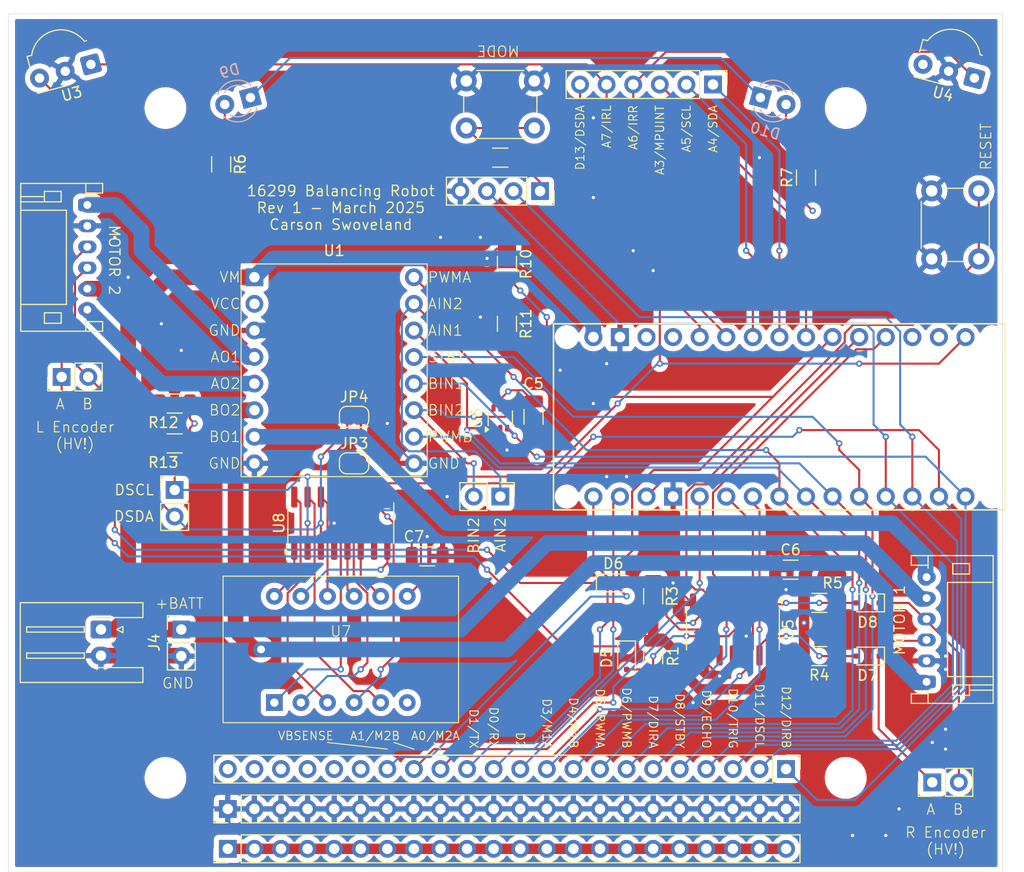
<source format=kicad_pcb>
(kicad_pcb (version 20241229) (generator "pcbnew") (generator_version "9.0")
  (layers (0 "F.Cu" signal) (4 "In1.Cu" signal) (6 "In2.Cu" signal) (2 "B.Cu" signal) (13 "F.Paste" user) (15 "B.Paste" user) (5 "F.SilkS" user "F.Silkscreen") (7 "B.SilkS" user "B.Silkscreen") (1 "F.Mask" user) (3 "B.Mask" user) (25 "Edge.Cuts" user))
  (net 0 "")
  (net 1 "GND")
  (net 2 "+3V3")
  (net 3 "Net-(D9-A)")
  (net 4 "/IR")
  (net 5 "Net-(D10-A)")
  (net 6 "/ULTS_TRIG")
  (net 7 "/ULTS_ECHO")
  (net 8 "+BATT")
  (net 9 "/MODE")
  (net 10 "/SDA")
  (net 11 "/SCL")
  (net 12 "/PWMA")
  (net 13 "/PWMB")
  (net 14 "/STBY")
  (net 15 "/MPU_INT")
  (net 16 "/VBSENSE")
  (net 17 "/IR_L")
  (net 18 "/IR_R")
  (net 19 "/M1B")
  (net 20 "/D1_TX")
  (net 21 "Net-(A1-RESET)")
  (net 23 "/M2A")
  (net 24 "/D0_RX")
  (net 25 "/M1A")
  (net 26 "/M2B")
  (net 29 "Net-(D5-A)")
  (net 30 "Net-(D6-A)")
  (net 31 "Net-(D7-A)")
  (net 32 "Net-(D8-A)")
  (net 33 "/D2")
  (net 34 "unconnected-(U5-Pad10)")
  (net 36 "/DSP_CLK")
  (net 37 "/DIRA")
  (net 38 "/DIRB")
  (net 39 "/DSP_DAT")
  (net 40 "/Motors and Encoders/LEnc_A_HV")
  (net 41 "/Motors and Encoders/LEnc_B_HV")
  (net 42 "/Motors and Encoders/REnc_A_HV")
  (net 43 "/Motors and Encoders/REnc_B_HV")
  (net 44 "/Motors and Encoders/Left_M2_M+")
  (net 45 "/Motors and Encoders/Left_M2_M-")
  (net 46 "/Motors and Encoders/Right_M1_M+")
  (net 47 "/Motors and Encoders/Right_M1_M-")
  (net 48 "/Motors and Encoders/BIN2")
  (net 49 "/Motors and Encoders/AIN2")
  (net 50 "/DIG2")
  (net 51 "/SEGA")
  (net 52 "/DIG3")
  (net 53 "/DSP_DAT2")
  (net 54 "/SEGG")
  (net 55 "/SEGDP")
  (net 56 "/DSP_CLK2")
  (net 57 "/SEGD")
  (net 58 "/DIG1")
  (net 59 "/SEGC")
  (net 60 "/SEGE")
  (net 61 "/SEGB")
  (net 62 "/SEGF")
  (footprint "Capacitor_SMD:C_1206_3216Metric" (layer "F.Cu") (at 120.015 76.835)
    (property "Reference" "C7")
    (property "Value" "10nF")
  )
  (footprint "Capacitor_SMD:C_1206_3216Metric" (layer "F.Cu") (at 154.735 78.105 180)
    (property "Reference" "C6")
    (property "Value" "10nF")
  )
  (footprint "Jumper:SolderJumper-2_P1.3mm_Bridged_RoundedPad1.0x1.5mm" (layer "F.Cu") (at 113.03 67.945 180)
    (property "Reference" "JP3")
    (property "Value" "SolderJumper_2_Bridged")
  )
  (footprint "Button_Switch_THT:SW_PUSH_6mm" (layer "F.Cu") (at 130.25 35.905 180)
    (property "Reference" "SW2" (hide yes))
    (property "Value" "SW_Push")
  )
  (footprint "Resistor_SMD:R_1206_3216Metric" (layer "F.Cu") (at 95.885 62.23 180)
    (property "Reference" "R12")
    (property "Value" "4.7k")
  )
  (footprint "Connector_PinHeader_2.54mm:PinHeader_1x22_P2.54mm_Vertical" (layer "F.Cu") (at 154.305 97.155 -90)
    (property "Reference" "J5" (hide yes))
    (property "Value" "Conn_01x22" (hide yes))
  )
  (footprint "Capacitor_SMD:C_1206_3216Metric" (layer "F.Cu") (at 130.175 63.5 -90)
    (property "Reference" "C5")
    (property "Value" "10nF")
  )
  (footprint "Resistor_SMD:R_1206_3216Metric" (layer "F.Cu") (at 95.885 66.04 180)
    (property "Reference" "R13")
    (property "Value" "4.7k")
  )
  (footprint "Package_SO:SOP-16_3.9x9.9mm_P1.27mm" (layer "F.Cu") (at 111.76 73.66 90)
    (property "Reference" "U8")
    (property "Value" "~")
  )
  (footprint "Connector_PinHeader_2.54mm:PinHeader_1x02_P2.54mm_Vertical" (layer "F.Cu") (at 85.09 59.69 90)
    (property "Reference" "J11" (hide yes))
    (property "Value" "Conn_01x02")
  )
  (footprint "OptoDevice:Vishay_MOLD-3Pin" (layer "F.Cu") (at 87.883799 29.822793 -165)
    (property "Reference" "U3")
    (property "Value" "IRM-56384")
  )
  (footprint "Connector_JST:JST_XH_S2B-XH-A-1_1x02_P2.50mm_Horizontal" (layer "F.Cu") (at 88.845 83.82 -90)
    (property "Reference" "J4")
    (property "Value" "Conn_01x02")
  )
  (footprint "Resistor_SMD:R_1206_3216Metric" (layer "F.Cu") (at 127.635 54.61 -90)
    (property "Reference" "R11")
    (property "Value" "5.6k")
  )
  (footprint "Jumper:SolderJumper-2_P1.3mm_Bridged_RoundedPad1.0x1.5mm" (layer "F.Cu") (at 113.03 63.5 180)
    (property "Reference" "JP4")
    (property "Value" "SolderJumper_2_Bridged")
  )
  (footprint "Connector_JST:JST_PH_S6B-PH-K_1x06_P2.00mm_Horizontal" (layer "F.Cu") (at 167.73 88.82 90)
    (property "Reference" "J3" (hide yes))
    (property "Value" "Conn_01x06")
  )
  (footprint "Custom:ARKLED(Wuxi ARK Tech Elec) SP420361N" (layer "F.Cu") (at 111.76 85.725)
    (property "Reference" "U7")
    (property "Value" "ARKLED")
  )
  (footprint "MountingHole:MountingHole_3.5mm" (layer "F.Cu") (at 95 34)
    (property "Reference" "REF**" (hide yes))
    (property "Value" "MountingHole_3.5mm" (hide yes))
  )
  (footprint "Connector_PinHeader_2.54mm:PinHeader_1x02_P2.54mm_Vertical" (layer "F.Cu") (at 168.27 98.425 90)
    (property "Reference" "J10" (hide yes))
    (property "Value" "Conn_01x02")
  )
  (footprint "MountingHole:MountingHole_3.5mm" (layer "F.Cu") (at 160 98)
    (property "Reference" "REF**" (hide yes))
    (property "Value" "MountingHole_3.5mm" (hide yes))
  )
  (footprint "Diode_SMD:D_SOD-323F" (layer "F.Cu") (at 162.095 86.36 180)
    (property "Reference" "D7")
    (property "Value" "BAT54J")
  )
  (footprint "Connector_JST:JST_PH_S6B-PH-K_1x06_P2.00mm_Horizontal" (layer "F.Cu") (at 87.54 43.26 -90)
    (property "Reference" "J2" (hide yes))
    (property "Value" "Conn_01x06")
  )
  (footprint "Connector_PinHeader_2.54mm:PinHeader_1x02_P2.54mm_Vertical" (layer "F.Cu") (at 95.885 70.485)
    (property "Reference" "J12" (hide yes))
    (property "Value" "Conn_01x02")
  )
  (footprint "Connector_PinHeader_2.54mm:PinHeader_1x22_P2.54mm_Vertical" (layer "F.Cu") (at 100.965 104.775 90)
    (property "Reference" "J7" (hide yes))
    (property "Value" "Conn_01x22" (hide yes))
  )
  (footprint "Connector_PinSocket_2.54mm:PinSocket_1x04_P2.54mm_Vertical" (layer "F.Cu") (at 130.8 41.935 -90)
    (property "Reference" "J1" (hide yes))
    (property "Value" "Conn_01x04")
  )
  (footprint "Diode_SMD:D_SOD-323F" (layer "F.Cu") (at 139.065 86.53 -90)
    (property "Reference" "D5")
    (property "Value" "BAT54J")
  )
  (footprint "Resistor_SMD:R_1206_3216Metric" (layer "F.Cu") (at 141.605 80.645 -90)
    (property "Reference" "R3")
    (property "Value" "4.7k")
  )
  (footprint "Package_TO_SOT_SMD:SOT-363_SC-70-6" (layer "F.Cu") (at 127 63.6325 90)
    (property "Reference" "U6")
    (property "Value" "74LVC2G14")
  )
  (footprint "Button_Switch_THT:SW_PUSH_6mm" (layer "F.Cu") (at 172.72 41.91 -90)
    (property "Reference" "SW1" (hide yes))
    (property "Value" "SW_Push")
  )
  (footprint "MountingHole:MountingHole_3.5mm" (layer "F.Cu") (at 160 34)
    (property "Reference" "REF**" (hide yes))
    (property "Value" "MountingHole_3.5mm" (hide yes))
  )
  (footprint "Resistor_SMD:R_1206_3216Metric" (layer "F.Cu") (at 127.635 48.895 -90)
    (property "Reference" "R10")
    (property "Value" "10k")
  )
  (footprint "Resistor_SMD:R_1206_3216Metric" (layer "F.Cu") (at 141.605 86.36 90)
    (property "Reference" "R1")
    (property "Value" "4.7k")
  )
  (footprint "Diode_SMD:D_SOD-323F" (layer "F.Cu") (at 162.095 81.28 180)
    (property "Reference" "D8")
    (property "Value" "BAT54J")
  )
  (footprint "Resistor_SMD:R_1206_3216Metric" (layer "F.Cu") (at 157.48 86.36 180)
    (property "Reference" "R4")
    (property "Value" "4.7k")
  )
  (footprint "Resistor_SMD:R_1206_3216Metric" (layer "F.Cu") (at 157.48 81.28 180)
    (property "Reference" "R5")
    (property "Value" "4.7k")
  )
  (footprint "OptoDevice:Vishay_MOLD-3Pin" (layer "F.Cu") (at 172.293105 31.137593 165)
    (property "Reference" "U4")
    (property "Value" "IRM-56384")
  )
  (footprint "MountingHole:MountingHole_3.5mm" (layer "F.Cu") (at 95 98)
    (property "Reference" "REF**" (hide yes))
    (property "Value" "MountingHole_3.5mm" (hide yes))
  )
  (footprint "Resistor_SMD:R_1206_3216Metric" (layer "F.Cu") (at 156.21 40.64 90)
    (property "Reference" "R7")
    (property "Value" "1k")
  )
  (footprint "Resistor_SMD:R_1206_3216Metric" (layer "F.Cu") (at 127 38.735 180)
    (property "Reference" "R2" (hide yes))
    (property "Value" "10k")
  )
  (footprint "Diode_SMD:D_SOD-323F" (layer "F.Cu") (at 137.795 79.375)
    (property "Reference" "D6")
    (property "Value" "BAT54J")
  )
  (footprint "Custom:ROB-14451" (layer "F.Cu") (at 111.125 59.055)
    (property "Reference" "U1")
    (property "Value" "ROB-14450")
  )
  (footprint "Package_SO:SOIC-14_3.9x8.7mm_P1.27mm" (layer "F.Cu") (at 149.225 83.82 -90)
    (property "Reference" "U5")
    (property "Value" "74HC14")
  )
  (footprint "Connector_PinHeader_2.54mm:PinHeader_1x02_P2.54mm_Vertical" (layer "F.Cu") (at 127 71.12 -90)
    (property "Reference" "J13" (hide yes))
    (property "Value" "Conn_01x02")
  )
  (footprint "Arduino:Arduino_Nano_Every_Socket" (layer "F.Cu") (at 175.26 63.5 90)
    (property "Reference" "A1" (hide yes))
    (property "Value" "Arduino_Nano_RP2040_Connect_Socket")
  )
  (footprint "Connector_PinHeader_2.54mm:PinHeader_1x02_P2.54mm_Vertical" (layer "F.Cu") (at 96.52 83.82)
    (property "Reference" "J8" (hide yes))
    (property "Value" "Conn_01x02")
  )
  (footprint "Resistor_SMD:R_1206_3216Metric" (layer "F.Cu") (at 100.33 39.37 -90)
    (property "Reference" "R6")
    (property "Value" "1k")
  )
  (footprint "Connector_PinHeader_2.54mm:PinHeader_1x22_P2.54mm_Vertical" (layer "F.Cu") (at 100.965 100.965 90)
    (property "Reference" "J6" (hide yes))
    (property "Value" "Conn_01x22" (hide yes))
  )
  (footprint "Connector_PinHeader_2.54mm:PinHeader_1x06_P2.54mm_Vertical" (layer "F.Cu") (at 147.32 31.75 -90)
    (property "Reference" "J9" (hide yes))
    (property "Value" "Conn_01x06")
  )
  (footprint "LED_THT:LED_D3.0mm_IRBlack" (layer "B.Cu") (at 103.124 32.9976 -165)
    (property "Reference" "D9")
    (property "Value" "IR204A")
  )
  (footprint "LED_THT:LED_D3.0mm_IRBlack" (layer "B.Cu") (at 151.851548 32.9976 -15)
    (property "Reference" "D10")
    (property "Value" "IR204A")
  )
  (gr_line (start 116.84 94.615) (end 118.745 95.25) (stroke (width 0.1)) (layer "F.SilkS"))
  (gr_line (start 110.49 94.615) (end 116.205 95.25) (stroke (width 0.1)) (layer "F.SilkS"))
  (gr_line (start 120.65 94.615) (end 121.285 95.25) (stroke (width 0.1)) (layer "F.SilkS"))
  (gr_rect (start 80 25) (end 175 107) (stroke (width 0.05)) (fill no) (layer "Edge.Cuts"))
  (gr_text "A3/MPUINT" (at 142.24 33.655 90) (layer "F.SilkS") (effects (font (size 0.8 0.8) (thickness 0.1)) (justify right)))
  (gr_text "L Encoder\n(HV!)" (at 86.36 66.675 0) (layer "F.SilkS") (effects (font (size 1 1) (thickness 0.1)) (justify bottom)))
  (gr_text "A7/IRL" (at 137.16 33.655 90) (layer "F.SilkS") (effects (font (size 0.8 0.8) (thickness 0.1)) (justify right)))
  (gr_text "A1/M2B" (at 117.475 93.98 0) (layer "F.SilkS") (effects (font (size 0.8 0.8) (thickness 0.1)) (justify right)))
  (gr_text "D4/M1B" (at 133.985 95.25 270) (layer "F.SilkS") (effects (font (size 0.8 0.8) (thickness 0.1)) (justify right)))
  (gr_text "A" (at 84.455 62.865 0) (layer "F.SilkS") (effects (font (size 1 1) (thickness 0.1)) (justify left bottom)))
  (gr_text "DSCL" (at 93.98 70.485 0) (layer "F.SilkS") (effects (font (size 1 1) (thickness 0.125)) (justify right)))
  (gr_text "D3/M1A" (at 131.445 95.25 270) (layer "F.SilkS") (effects (font (size 0.8 0.8) (thickness 0.1)) (justify right)))
  (gr_text "BIN2" (at 124.46 73.025 90) (layer "F.SilkS") (effects (font (size 1 1) (thickness 0.125)) (justify right)))
  (gr_text "A5/SCL" (at 144.78 33.655 90) (layer "F.SilkS") (effects (font (size 0.8 0.8) (thickness 0.1)) (justify right)))
  (gr_text "+BATT" (at 93.98 81.915 0) (layer "F.SilkS") (effects (font (size 1 1) (thickness 0.1)) (justify left bottom)))
  (gr_text "AIN2" (at 127 73.025 90) (layer "F.SilkS") (effects (font (size 1 1) (thickness 0.125)) (justify right)))
  (gr_text "D5/PWMA" (at 136.525 95.25 270) (layer "F.SilkS") (effects (font (size 0.8 0.8) (thickness 0.1)) (justify right)))
  (gr_text "D12/DIRB" (at 154.305 95.25 270) (layer "F.SilkS") (effects (font (size 0.8 0.8) (thickness 0.1)) (justify right)))
  (gr_text "16299 Balancing Robot\nRev 1 - March 2025\nCarson Swoveland\n" (at 111.76 45.72 0) (layer "F.SilkS") (effects (font (size 1 1) (thickness 0.125)) (justify bottom)))
  (gr_text "A" (at 167.64 101.6 0) (layer "F.SilkS") (effects (font (size 1 1) (thickness 0.1)) (justify left bottom)))
  (gr_text "D10/TRIG" (at 149.225 95.25 270) (layer "F.SilkS") (effects (font (size 0.8 0.8) (thickness 0.1)) (justify right)))
  (gr_text "DSDA" (at 93.98 73.025 0) (layer "F.SilkS") (effects (font (size 1 1) (thickness 0.125)) (justify right)))
  (gr_text "A6/IRR" (at 139.7 33.655 90) (layer "F.SilkS") (effects (font (size 0.8 0.8) (thickness 0.1)) (justify right)))
  (gr_text "B" (at 170.18 101.6 0) (layer "F.SilkS") (effects (font (size 1 1) (thickness 0.1)) (justify left bottom)))
  (gr_text "D13/DSDA" (at 134.62 33.655 90) (layer "F.SilkS") (effects (font (size 0.8 0.8) (thickness 0.1)) (justify right)))
  (gr_text "D1/TX" (at 124.46 95.25 270) (layer "F.SilkS") (effects (font (size 0.8 0.8) (thickness 0.1)) (justify right)))
  (gr_text "D6/PWMB" (at 139.065 95.25 270) (layer "F.SilkS") (effects (font (size 0.8 0.8) (thickness 0.1)) (justify right)))
  (gr_text "D8/STBY" (at 144.145 95.25 270) (layer "F.SilkS") (effects (font (size 0.8 0.8) (thickness 0.1)) (justify right)))
  (gr_text "MOTOR 1" (at 165.735 86.36 90) (layer "F.SilkS") (effects (font (size 1 1) (thickness 0.125)) (justify left bottom)))
  (gr_text "D0/RX" (at 126.365 95.25 270) (layer "F.SilkS") (effects (font (size 0.8 0.8) (thickness 0.1)) (justify right)))
  (gr_text "B" (at 86.995 62.865 0) (layer "F.SilkS") (effects (font (size 1 1) (thickness 0.1)) (justify left bottom)))
  (gr_text "A0/M2A" (at 123.19 93.98 0) (layer "F.SilkS") (effects (font (size 0.8 0.8) (thickness 0.1)) (justify right)))
  (gr_text "D2" (at 128.905 95.25 270) (layer "F.SilkS") (effects (font (size 0.8 0.8) (thickness 0.1)) (justify right)))
  (gr_text "GND" (at 94.615 89.535 0) (layer "F.SilkS") (effects (font (size 1 1) (thickness 0.1)) (justify left bottom)))
  (gr_text "VBSENSE" (at 111.125 93.98 0) (layer "F.SilkS") (effects (font (size 0.8 0.8) (thickness 0.1)) (justify right)))
  (gr_text "MODE" (at 128.905 27.94 180) (layer "F.SilkS") (effects (font (size 1 1) (thickness 0.1)) (justify left bottom)))
  (gr_text "D11/DSCL" (at 151.765 95.25 270) (layer "F.SilkS") (effects (font (size 0.8 0.8) (thickness 0.1)) (justify right)))
  (gr_text "MOTOR 2" (at 89.535 45.085 270) (layer "F.SilkS") (effects (font (size 1 1) (thickness 0.125)) (justify left bottom)))
  (gr_text "D9/ECHO" (at 146.685 95.25 270) (layer "F.SilkS") (effects (font (size 0.8 0.8) (thickness 0.1)) (justify right)))
  (gr_text "D7/DIRA" (at 141.605 95.25 270) (layer "F.SilkS") (effects (font (size 0.8 0.8) (thickness 0.1)) (justify right)))
  (gr_text "RESET" (at 173.99 40.005 90) (layer "F.SilkS") (effects (font (size 1 1) (thickness 0.1)) (justify left bottom)))
  (gr_text "A4/SDA" (at 147.32 33.655 90) (layer "F.SilkS") (effects (font (size 0.8 0.8) (thickness 0.1)) (justify right)))
  (gr_text "R Encoder\n(HV!)" (at 169.545 105.41 0) (layer "F.SilkS") (effects (font (size 1 1) (thickness 0.1)) (justify bottom)))
  (segment (start 143.51 71.12) (end 143.51 79.375) (width 0.2) (layer "F.Cu") (net 1))
  (segment (start 96.48 86.32) (end 96.52 86.36) (width 1.5) (layer "F.Cu") (net 1))
  (segment (start 146.685 86.36) (end 146.685 86.995) (width 0.2) (layer "F.Cu") (net 1))
  (segment (start 149.225 86.995) (end 147.955 88.265) (width 0.2) (layer "F.Cu") (net 1))
  (segment (start 146.685 86.995) (end 147.955 88.265) (width 0.2) (layer "F.Cu") (net 1))
  (segment (start 149.225 86.36) (end 149.225 85.725) (width 0.2) (layer "F.Cu") (net 1))
  (segment (start 153.465 79.17) (end 154.305 80.01) (width 0.2) (layer "F.Cu") (net 1))
  (segment (start 127 66.04) (end 127.635 66.675) (width 0.2) (layer "F.Cu") (net 1))
  (segment (start 146.685 86.36) (end 146.685 85.725) (width 0.2) (layer "F.Cu") (net 1))
  (segment (start 127 64.77) (end 127 66.04) (width 0.2) (layer "F.Cu") (net 1))
  (segment (start 149.225 86.995) (end 149.225 86.36) (width 0.2) (layer "F.Cu") (net 1))
  (segment (start 153.465 78.105) (end 153.465 79.17) (width 0.2) (layer "F.Cu") (net 1))
  (segment (start 145.415 81.41) (end 143.51 79.505) (width 0.2) (layer "F.Cu") (net 1))
  (segment (start 125.5375 53.975) (end 125.095 53.975) (width 0.2) (layer "F.Cu") (net 1))
  (segment (start 111.125 76.16) (end 111.125 73.66) (width 0.2) (layer "F.Cu") (net 1))
  (segment (start 149.225 85.725) (end 150.495 84.455) (width 0.2) (layer "F.Cu") (net 1))
  (segment (start 88.845 86.32) (end 96.48 86.32) (width 1.5) (layer "F.Cu") (net 1))
  (segment (start 143.51 79.505) (end 143.51 79.375) (width 0.2) (layer "F.Cu") (net 1))
  (segment (start 127.635 56.0725) (end 125.5375 53.975) (width 0.2) (layer "F.Cu") (net 1))
  (via (at 168.275 94.615) (size 0.6) (drill 0.3) (layers "F.Cu" "B.Cu") (net 1))
  (via (at 135.89 62.23) (size 0.6) (drill 0.3) (layers "F.Cu" "B.Cu") (net 1))
  (via (at 163.83 103.505) (size 0.6) (drill 0.3) (layers "F.Cu" "B.Cu") (net 1))
  (via (at 169.545 86.36) (size 0.6) (drill 0.3) (layers "F.Cu" "B.Cu") (net 1))
  (via (at 169.545 93.345) (size 0.6) (drill 0.3) (layers "F.Cu" "B.Cu") (net 1))
  (via (at 145.415 90.805) (size 0.6) (drill 0.3) (layers "F.Cu" "B.Cu") (net 1))
  (via (at 139.7 47.625) (size 0.6) (drill 0.3) (layers "F.Cu" "B.Cu") (net 1))
  (via (at 135.89 42.545) (size 0.6) (drill 0.3) (layers "F.Cu" "B.Cu") (net 1))
  (via (at 137.16 58.42) (size 0.6) (drill 0.3) (layers "F.Cu" "B.Cu") (net 1))
  (via (at 116.205 64.135) (size 0.6) (drill 0.3) (layers "F.Cu" "B.Cu") (net 1))
  (via (at 169.545 95.25) (size 0.6) (drill 0.3) (layers "F.Cu" "B.Cu") (net 1))
  (via (at 143.51 79.375) (size 0.6) (drill 0.3) (layers "F.Cu" "B.Cu") (net 1))
  (via (at 94.615 54.61) (size 0.6) (drill 0.3) (layers "F.Cu" "B.Cu") (net 1))
  (via (at 150.495 84.455) (size 0.6) (drill 0.3) (layers "F.Cu" "B.Cu") (net 1))
  (via (at 169.545 87.63) (size 0.6) (drill 0.3) (layers "F.Cu" "B.Cu") (net 1))
  (via (at 135.89 34.925) (size 0.6) (drill 0.3) (layers "F.Cu" "B.Cu") (net 1))
  (via (at 120.015 74.93) (size 0.6) (drill 0.3) (layers "F.Cu" "B.Cu") (net 1))
  (via (at 90.17 46.355) (size 0.6) (drill 0.3) (layers "F.Cu" "B.Cu") (net 1))
  (via (at 160.655 103.505) (size 0.6) (drill 0.3) (layers "F.Cu" "B.Cu") (net 1))
  (via (at 91.44 50.165) (size 0.6) (drill 0.3) (layers "F.Cu" "B.Cu") (net 1))
  (via (at 111.125 73.66) (size 0.6) (drill 0.3) (layers "F.Cu" "B.Cu") (net 1))
  (via (at 154.305 80.01) (size 0.6) (drill 0.3) (layers "F.Cu" "B.Cu") (net 1))
  (via (at 127.635 66.675) (size 0.6) (drill 0.3) (layers "F.Cu" "B.Cu") (net 1))
  (via (at 96.52 57.15) (size 0.6) (drill 0.3) (layers "F.Cu" "B.Cu") (net 1))
  (via (at 121.92 71.12) (size 0.6) (drill 0.3) (layers "F.Cu" "B.Cu") (net 1))
  (via (at 132.715 59.055) (size 0.6) (drill 0.3) (layers "F.Cu" "B.Cu") (net 1))
  (via (at 125.095 53.975) (size 0.6) (drill 0.3) (layers "F.Cu" "B.Cu") (net 1))
  (via (at 121.285 46.355) (size 0.6) (drill 0.3) (layers "F.Cu" "B.Cu") (net 1))
  (via (at 165.1 100.965) (size 0.6) (drill 0.3) (layers "F.Cu" "B.Cu") (net 1))
  (via (at 141.605 49.53) (size 0.6) (drill 0.3) (layers "F.Cu" "B.Cu") (net 1))
  (via (at 125.095 46.355) (size 0.6) (drill 0.3) (layers "F.Cu" "B.Cu") (net 1))
  (via (at 147.955 88.265) (size 0.6) (drill 0.3) (layers "F.Cu" "B.Cu") (net 1))
  (via (at 137.16 69.215) (size 0.6) (drill 0.3) (layers "F.Cu" "B.Cu") (net 1))
  (via (at 151.765 38.735) (size 0.6) (drill 0.3) (layers "F.Cu" "B.Cu") (net 1))
  (via (at 139.065 69.215) (size 0.6) (drill 0.3) (layers "F.Cu" "B.Cu") (net 1))
  (segment (start 112.361 72.424) (end 117.509 72.424) (width 0.2) (layer "B.Cu") (net 1))
  (segment (start 147.955 88.265) (end 145.415 90.805) (width 0.2) (layer "B.Cu") (net 1))
  (segment (start 103.505 55.245) (end 106.045 55.245) (width 1.5) (layer "B.Cu") (net 1))
  (segment (start 117.509 72.424) (end 120.015 74.93) (width 0.2) (layer "B.Cu") (net 1))
  (segment (start 111.125 73.66) (end 112.361 72.424) (width 0.2) (layer "B.Cu") (net 1))
  (segment (start 167.73 86.82) (end 168.735 86.82) (width 0.2) (layer "B.Cu") (net 1))
  (segment (start 138.43 55.88) (end 138.43 57.15) (width 0.2) (layer "B.Cu") (net 1))
  (segment (start 138.43 57.15) (end 137.16 58.42) (width 0.2) (layer "B.Cu") (net 1))
  (segment (start 168.735 86.82) (end 169.545 87.63) (width 0.2) (layer "B.Cu") (net 1))
  (segment (start 116.205 65.405) (end 116.205 64.135) (width 0.2) (layer "B.Cu") (net 1))
  (segment (start 167.73 86.82) (end 169.085 86.82) (width 0.2) (layer "B.Cu") (net 1))
  (segment (start 169.085 86.82) (end 169.545 86.36) (width 0.2) (layer "B.Cu") (net 1))
  (segment (start 118.745 67.945) (end 116.205 65.405) (width 0.2) (layer "B.Cu") (net 1))
  (segment (start 153.035 87.334999) (end 153.035 86.36) (width 1) (layer "F.Cu") (net 2))
  (segment (start 129.11 60.96) (end 130.175 62.025) (width 0.2) (layer "F.Cu") (net 2))
  (segment (start 153.035 86.995) (end 153.035 86.36) (width 0.5) (layer "F.Cu") (net 2))
  (segment (start 143.51 85.725) (end 143.51 86.995) (width 1) (layer "F.Cu") (net 2))
  (segment (start 156.0175 83.185) (end 156.0175 81.28) (width 1) (layer "F.Cu") (net 2))
  (segment (start 100.965 104.775) (end 154.305 104.775) (width 1) (layer "F.Cu") (net 2))
  (segment (start 127 61.832501) (end 127.753751 61.078751) (width 0.2) (layer "F.Cu") (net 2))
  (segment (start 142.49 84.705) (end 143.51 85.725) (width 1) (layer "F.Cu") (net 2))
  (segment (start 114.935 71.755) (end 116.205 73.025) (width 0.2) (layer "F.Cu") (net 2))
  (segment (start 127 62.495) (end 127 61.832501) (width 0.2) (layer "F.Cu") (net 2))
  (segment (start 92.671802 40.8325) (end 82.976896 31.137594) (width 0.2) (layer "F.Cu") (net 2))
  (segment (start 130.77 41.0425) (end 130.77 41.91) (width 0.2) (layer "F.Cu") (net 2))
  (segment (start 156.21 43.18) (end 156.845 43.815) (width 0.2) (layer "F.Cu") (net 2))
  (segment (start 146.05 89.535) (end 150.834999 89.535) (width 1) (layer "F.Cu") (net 2))
  (segment (start 143.51 86.995) (end 146.05 89.535) (width 1) (layer "F.Cu") (net 2))
  (segment (start 141.605 82.3) (end 141.605 83.185) (width 1) (layer "F.Cu") (net 2))
  (segment (start 156.0175 78.5025) (end 156.415 78.105) (width 1) (layer "F.Cu") (net 2))
  (segment (start 156.0175 86.36) (end 156.0175 83.185) (width 1) (layer "F.Cu") (net 2))
  (segment (start 118.54 75.36) (end 116.205 73.025) (width 0.2) (layer "F.Cu") (net 2))
  (segment (start 153.035 86.36) (end 156.0175 86.36) (width 1) (layer "F.Cu") (net 2))
  (segment (start 141.605 83.185) (end 141.605 84.705) (width 1) (layer "F.Cu") (net 2))
  (segment (start 127.753751 61.078751) (end 127.872501 60.96) (width 0.2) (layer "F.Cu") (net 2))
  (segment (start 100.33 40.8325) (end 92.671802 40.8325) (width 0.2) (layer "F.Cu") (net 2))
  (segment (start 127.872501 60.96) (end 129.11 60.96) (width 0.2) (layer "F.Cu") (net 2))
  (segment (start 128.4625 38.735) (end 130.77 41.0425) (width 0.2) (layer "F.Cu") (net 2))
  (segment (start 114.935 71.16) (end 114.935 71.755) (width 0.2) (layer "F.Cu") (net 2))
  (segment (start 156.0175 81.28) (end 156.0175 78.5025) (width 1) (layer "F.Cu") (net 2))
  (segment (start 141.605 84.705) (end 142.49 84.705) (width 1) (layer "F.Cu") (net 2))
  (segment (start 97.79 64.135) (end 97.3475 64.5775) (width 0.2) (layer "F.Cu") (net 2))
  (segment (start 97.3475 63.6925) (end 97.79 64.135) (width 0.2) (layer "F.Cu") (net 2))
  (segment (start 97.3475 62.23) (end 97.3475 63.6925) (width 0.2) (layer "F.Cu") (net 2))
  (segment (start 156.21 42.1025) (end 156.21 43.18) (width 0.2) (layer "F.Cu") (net 2))
  (segment (start 118.54 76.835) (end 118.54 75.36) (width 0.2) (layer "F.Cu") (net 2))
  (segment (start 97.3475 64.5775) (end 97.3475 66.04) (width 0.2) (layer "F.Cu") (net 2))
  (segment (start 150.834999 89.535) (end 153.035 87.334999) (width 1) (layer "F.Cu") (net 2))
  (via (at 97.79 64.135) (size 0.6) (drill 0.3) (layers "F.Cu" "B.Cu") (net 2))
  (via (at 116.205 73.025) (size 0.6) (drill 0.3) (layers "F.Cu" "B.Cu") (net 2))
  (via (at 156.845 43.815) (size 0.6) (drill 0.3) (layers "F.Cu" "B.Cu") (net 2))
  (via (at 156.0175 83.185) (size 0.6) (drill 0.3) (layers "F.Cu" "B.Cu") (net 2))
  (via (at 127.753751 61.078751) (size 0.6) (drill 0.3) (layers "F.Cu" "B.Cu") (net 2))
  (segment (start 100.670548 33.655) (end 100.670548 37.566952) (width 0.2) (layer "F.Cu") (net 3))
  (segment (start 100.670548 37.566952) (end 100.33 37.9075) (width 0.2) (layer "F.Cu") (net 3))
  (segment (start 106.9116 29.21) (end 148.063948 29.21) (width 0.2) (layer "B.Cu") (net 4))
  (segment (start 103.124 32.9976) (end 106.9116 29.21) (width 0.2) (layer "B.Cu") (net 4))
  (segment (start 148.063948 29.21) (end 151.851548 32.9976) (width 0.2) (layer "B.Cu") (net 4))
  (segment (start 154.305 37.2725) (end 156.21 39.1775) (width 0.2) (layer "F.Cu") (net 5))
  (segment (start 154.305 33.655) (end 154.305 37.2725) (width 0.2) (layer "F.Cu") (net 5))
  (segment (start 166.37 65.405) (end 166.37 71.12) (width 0.2) (layer "F.Cu") (net 6))
  (via (at 166.37 65.405) (size 0.6) (drill 0.3) (layers "F.Cu" "B.Cu") (net 6))
  (segment (start 166.37 65.405) (end 165.2054 64.2404) (width 0.2) (layer "B.Cu") (net 6))
  (segment (start 164.988063 94.849) (end 151.531 94.849) (width 0.2) (layer "B.Cu") (net 6))
  (segment (start 151.531 94.849) (end 149.225 97.155) (width 0.2) (layer "B.Cu") (net 6))
  (segment (start 165.2054 55.3504) (end 163.83 53.975) (width 0.2) (layer "B.Cu") (net 6))
  (segment (start 140.295 53.975) (end 128.23 41.91) (width 0.2) (layer "B.Cu") (net 6))
  (segment (start 165.2054 64.2404) (end 165.2054 55.3504) (width 0.2) (layer "B.Cu") (net 6))
  (segment (start 163.83 53.975) (end 140.295 53.975) (width 0.2) (layer "B.Cu") (net 6))
  (segment (start 170.648 89.189063) (end 164.988063 94.849) (width 0.2) (layer "B.Cu") (net 6))
  (segment (start 170.648 75.398) (end 170.648 89.189063) (width 0.2) (layer "B.Cu") (net 6))
  (segment (start 166.37 71.12) (end 170.648 75.398) (width 0.2) (layer "B.Cu") (net 6))
  (segment (start 163.83 65.405) (end 163.83 71.12) (width 0.2) (layer "F.Cu") (net 7))
  (via (at 163.83 65.405) (size 0.6) (drill 0.3) (layers "F.Cu" "B.Cu") (net 7))
  (segment (start 163.83 71.12) (end 170.247 77.537) (width 0.2) (layer "B.Cu") (net 7))
  (segment (start 149.392 94.448) (end 146.685 97.155) (width 0.2) (layer "B.Cu") (net 7))
  (segment (start 170.247 89.022963) (end 164.821963 94.448) (width 0.2) (layer "B.Cu") (net 7))
  (segment (start 162.6654 64.2404) (end 162.6654 55.3504) (width 0.2) (layer "B.Cu") (net 7))
  (segment (start 162.6654 55.3504) (end 161.925 54.61) (width 0.2) (layer "B.Cu") (net 7))
  (segment (start 161.925 54.61) (end 138.39 54.61) (width 0.2) (layer "B.Cu") (net 7))
  (segment (start 164.821963 94.448) (end 149.392 94.448) (width 0.2) (layer "B.Cu") (net 7))
  (segment (start 170.247 77.537) (end 170.247 89.022963) (width 0.2) (layer "B.Cu") (net 7))
  (segment (start 163.83 65.405) (end 162.6654 64.2404) (width 0.2) (layer "B.Cu") (net 7))
  (segment (start 138.39 54.61) (end 125.69 41.91) (width 0.2) (layer "B.Cu") (net 7))
  (segment (start 95.25 50.165) (end 103.505 50.165) (width 1.5) (layer "F.Cu") (net 8))
  (segment (start 91.44 82.55) (end 91.44 53.975) (width 1.5) (layer "F.Cu") (net 8))
  (segment (start 87.54 51.26) (end 88.725 51.26) (width 1.5) (layer "F.Cu") (net 8))
  (segment (start 88.725 51.26) (end 91.44 53.975) (width 1.5) (layer "F.Cu") (net 8))
  (segment (start 91.44 53.975) (end 95.25 50.165) (width 1.5) (layer "F.Cu") (net 8))
  (segment (start 126.6615 47.4325) (end 125.73 48.364) (width 0.2) (layer "F.Cu") (net 8))
  (segment (start 96.52 83.82) (end 88.845 83.82) (width 1.5) (layer "F.Cu") (net 8))
  (segment (start 90.17 83.82) (end 91.44 82.55) (width 1.5) (layer "F.Cu") (net 8))
  (segment (start 127.635 47.4325) (end 126.6615 47.4325) (width 0.2) (layer "F.Cu") (net 8))
  (segment (start 88.845 83.82) (end 90.17 83.82) (width 1.5) (layer "F.Cu") (net 8))
  (via (at 125.73 48.364) (size 0.6) (drill 0.3) (layers "F.Cu" "B.Cu") (net 8))
  (segment (start 135.89 55.88) (end 135.89 54.658686) (width 1.5) (layer "B.Cu") (net 8))
  (segment (start 135.89 54.658686) (end 129.595314 48.364) (width 1.5) (layer "B.Cu") (net 8))
  (segment (start 161.836555 75.565) (end 167.171555 80.9) (width 1.5) (layer "B.Cu") (net 8))
  (segment (start 167.171555 80.9) (end 167.64 80.9) (width 1.5) (layer "B.Cu") (net 8))
  (segment (start 105.306 48.364) (end 103.505 50.165) (width 1.5) (layer "B.Cu") (net 8))
  (segment (start 129.595314 48.364) (end 125.73 48.364) (width 1.5) (layer "B.Cu") (net 8))
  (segment (start 167.64 80.9) (end 167.26 80.9) (width 1) (layer "B.Cu") (net 8))
  (segment (start 96.52 83.82) (end 123.19 83.82) (width 1.5) (layer "B.Cu") (net 8))
  (segment (start 131.445 75.565) (end 161.836555 75.565) (width 1.5) (layer "B.Cu") (net 8))
  (segment (start 123.19 83.82) (end 131.445 75.565) (width 1.5) (layer "B.Cu") (net 8))
  (segment (start 125.73 48.364) (end 105.306 48.364) (width 1.5) (layer "B.Cu") (net 8))
  (segment (start 125.5375 38.735) (end 125.5375 37.6925) (width 0.2) (layer "F.Cu") (net 9))
  (segment (start 130.25 35.905) (end 123.75 35.905) (width 0.2) (layer "F.Cu") (net 9))
  (segment (start 125.5375 37.6925) (end 123.75 35.905) (width 0.2) (layer "F.Cu") (net 9))
  (segment (start 153.67 55.88) (end 153.67 47.625) (width 0.2) (layer "F.Cu") (net 10))
  (via (at 153.67 47.625) (size 0.6) (drill 0.3) (layers "F.Cu" "B.Cu") (net 10))
  (segment (start 153.67 38.1) (end 147.32 31.75) (width 0.2) (layer "B.Cu") (net 10))
  (segment (start 153.67 47.625) (end 153.67 38.1) (width 0.2) (layer "B.Cu") (net 10))
  (segment (start 151.13 48.26) (end 150.495 47.625) (width 0.2) (layer "F.Cu") (net 11))
  (segment (start 151.13 55.88) (end 151.13 48.26) (width 0.2) (layer "F.Cu") (net 11))
  (segment (start 150.9375 55.6875) (end 151.13 55.88) (width 0.2) (layer "F.Cu") (net 11))
  (via (at 150.495 47.625) (size 0.6) (drill 0.3) (layers "F.Cu" "B.Cu") (net 11))
  (segment (start 150.495 37.465) (end 144.78 31.75) (width 0.2) (layer "B.Cu") (net 11))
  (segment (start 150.495 47.625) (end 150.495 37.465) (width 0.2) (layer "B.Cu") (net 11))
  (segment (start 153.67 71.12) (end 153.67 67.945) (width 0.2) (layer "F.Cu") (net 12))
  (segment (start 160.655 78.105) (end 153.67 71.12) (width 0.2) (layer "F.Cu") (net 12))
  (segment (start 153.67 67.945) (end 152.4 66.675) (width 0.2) (layer "F.Cu") (net 12))
  (segment (start 118.745 50.165) (end 128.27 59.69) (width 0.2) (layer "F.Cu") (net 12))
  (segment (start 160.655 80.01) (end 160.655 78.105) (width 0.2) (layer "F.Cu") (net 12))
  (via (at 128.27 59.69) (size 0.6) (drill 0.3) (layers "F.Cu" "B.Cu") (net 12))
  (via (at 152.4 66.675) (size 0.6) (drill 0.3) (layers "F.Cu" "B.Cu") (net 12))
  (via (at 160.655 80.01) (size 0.6) (drill 0.3) (layers "F.Cu" "B.Cu") (net 12))
  (segment (start 160.655 80.01) (end 160.655 91.5079) (width 0.2) (layer "B.Cu") (net 12))
  (segment (start 160.655 91.5079) (end 159.3189 92.844) (width 0.2) (layer "B.Cu") (net 12))
  (segment (start 128.27 59.69) (end 135.255 66.675) (width 0.2) (layer "B.Cu") (net 12))
  (segment (start 135.255 66.675) (end 152.4 66.675) (width 0.2) (layer "B.Cu") (net 12))
  (segment (start 159.3189 92.844) (end 140.836 92.844) (width 0.2) (layer "B.Cu") (net 12))
  (segment (start 140.836 92.844) (end 136.525 97.155) (width 0.2) (layer "B.Cu") (net 12))
  (segment (start 161.29 76.2) (end 156.21 71.12) (width 0.2) (layer "F.Cu") (net 13))
  (segment (start 161.29 79.375) (end 161.29 76.2) (width 0.2) (layer "F.Cu") (net 13))
  (via (at 161.29 79.375) (size 0.6) (drill 0.3) (layers "F.Cu" "B.Cu") (net 13))
  (segment (start 142.975 93.245) (end 139.065 97.155) (width 0.2) (layer "B.Cu") (net 13))
  (segment (start 123.8929 65.405) (end 126.8339 68.346) (width 0.2) (layer "B.Cu") (net 13))
  (segment (start 161.29 79.375) (end 161.29 91.44) (width 0.2) (layer "B.Cu") (net 13))
  (segment (start 126.8339 68.346) (end 153.436 68.346) (width 0.2) (layer "B.Cu") (net 13))
  (segment (start 118.745 65.405) (end 123.8929 65.405) (width 0.2) (layer "B.Cu") (net 13))
  (segment (start 161.29 91.44) (end 159.485 93.245) (width 0.2) (layer "B.Cu") (net 13))
  (segment (start 159.485 93.245) (end 142.975 93.245) (width 0.2) (layer "B.Cu") (net 13))
  (segment (start 153.436 68.346) (end 156.21 71.12) (width 0.2) (layer "B.Cu") (net 13))
  (segment (start 162.56 72.39) (end 161.29 71.12) (width 0.2) (layer "F.Cu") (net 14))
  (segment (start 159.385 66.04) (end 159.385 66.675) (width 0.2) (layer "F.Cu") (net 14))
  (segment (start 161.29 68.58) (end 161.29 71.12) (width 0.2) (layer "F.Cu") (net 14))
  (segment (start 159.385 66.675) (end 161.29 68.58) (width 0.2) (layer "F.Cu") (net 14))
  (segment (start 162.56 80.645) (end 162.56 72.39) (width 0.2) (layer "F.Cu") (net 14))
  (via (at 159.385 66.04) (size 0.6) (drill 0.3) (layers "F.Cu" "B.Cu") (net 14))
  (via (at 162.56 80.645) (size 0.6) (drill 0.3) (layers "F.Cu" "B.Cu") (net 14))
  (segment (start 147.253 94.047) (end 144.145 97.155) (width 0.2) (layer "B.Cu") (net 14))
  (segment (start 133.985 63.5) (end 156.845 63.5) (width 0.2) (layer "B.Cu") (net 14))
  (segment (start 162.56 80.645) (end 162.56 91.44) (width 0.2) (layer "B.Cu") (net 14))
  (segment (start 156.845 63.5) (end 159.385 66.04) (width 0.2) (layer "B.Cu") (net 14))
  (segment (start 128.27 57.785) (end 133.985 63.5) (width 0.2) (layer "B.Cu") (net 14))
  (segment (start 162.56 91.44) (end 159.953 94.047) (width 0.2) (layer "B.Cu") (net 14))
  (segment (start 159.953 94.047) (end 147.253 94.047) (width 0.2) (layer "B.Cu") (net 14))
  (segment (start 118.745 57.785) (end 128.27 57.785) (width 0.2) (layer "B.Cu") (net 14))
  (segment (start 156.21 45.72) (end 156.21 55.88) (width 0.2) (layer "F.Cu") (net 15))
  (segment (start 142.24 31.75) (end 156.21 45.72) (width 0.2) (layer "F.Cu") (net 15))
  (segment (start 141.652206 68.58) (end 139.5946 70.637606) (width 0.2) (layer "F.Cu") (net 16))
  (segment (start 131.445 55.744181) (end 133.168319 57.4675) (width 0.2) (layer "F.Cu") (net 16))
  (segment (start 137.295819 61.595) (end 133.168319 57.4675) (width 0.2) (layer "F.Cu") (net 16))
  (segment (start 139.5946 70.637606) (end 139.5946 76.3054) (width 0.2) (layer "F.Cu") (net 16))
  (segment (start 153.035 61.595) (end 146.05 68.58) (width 0.2) (layer "F.Cu") (net 16))
  (segment (start 138.344 77.556) (end 138.344 79.924) (width 0.2) (layer "F.Cu") (net 16))
  (segment (start 146.05 68.58) (end 141.652206 68.58) (width 0.2) (layer "F.Cu") (net 16))
  (segment (start 127.8275 50.3575) (end 128.905 51.435) (width 0.2) (layer "F.Cu") (net 16))
  (segment (start 131.445 53.975) (end 131.445 55.744181) (width 0.2) (layer "F.Cu") (net 16))
  (segment (start 139.5946 76.3054) (end 138.344 77.556) (width 0.2) (layer "F.Cu") (net 16))
  (segment (start 127.635 50.3575) (end 127.635 53.1475) (width 0.2) (layer "F.Cu") (net 16))
  (segment (start 153.035 61.595) (end 137.295819 61.595) (width 0.2) (layer "F.Cu") (net 16))
  (segment (start 127.635 50.3575) (end 127.8275 50.3575) (width 0.2) (layer "F.Cu") (net 16))
  (segment (start 138.344 79.924) (end 139.065 80.645) (width 0.2) (layer "F.Cu") (net 16))
  (segment (start 157.1625 57.4675) (end 153.035 61.595) (width 0.2) (layer "F.Cu") (net 16))
  (segment (start 158.75 55.88) (end 157.1625 57.4675) (width 0.2) (layer "F.Cu") (net 16))
  (via (at 139.065 80.645) (size 0.6) (drill 0.3) (layers "F.Cu" "B.Cu") (net 16))
  (via (at 131.445 53.975) (size 0.6) (drill 0.3) (layers "F.Cu" "B.Cu") (net 16))
  (via (at 128.905 51.435) (size 0.6) (drill 0.3) (layers "F.Cu" "B.Cu") (net 16))
  (segment (start 135.641057 80.679) (end 120.316057 96.004) (width 0.2) (layer "B.Cu") (net 16))
  (segment (start 128.905 51.435) (end 131.445 53.975) (width 0.2) (layer "B.Cu") (net 16))
  (segment (start 117.356 96.004) (end 116.205 97.155) (width 0.2) (layer "B.Cu") (net 16))
  (segment (start 120.316057 96.004) (end 117.356 96.004) (width 0.2) (layer "B.Cu") (net 16))
  (segment (start 139.031 80.679) (end 136.559 80.679) (width 0.2) (layer "B.Cu") (net 16))
  (segment (start 136.559 80.679) (end 135.641057 80.679) (width 0.2) (layer "B.Cu") (net 16))
  (segment (start 139.065 80.645) (end 139.031 80.679) (width 0.2) (layer "B.Cu") (net 16))
  (segment (start 135.232793 29.822793) (end 87.883799 29.822793) (width 0.2) (layer "F.Cu") (net 17))
  (segment (start 137.16 31.75) (end 137.16 43.18) (width 0.2) (layer "F.Cu") (net 17))
  (segment (start 146.05 55.88) (end 146.05 54.824943) (width 0.2) (layer "F.Cu") (net 17))
  (segment (start 137.16 45.934943) (end 137.16 43.18) (width 0.2) (layer "F.Cu") (net 17))
  (segment (start 146.05 54.824943) (end 137.16 45.934943) (width 0.2) (layer "F.Cu") (net 17))
  (segment (start 137.16 31.75) (end 135.232793 29.822793) (width 0.2) (layer "F.Cu") (net 17))
  (segment (start 139.7 31.75) (end 139.7 46.775057) (width 0.2) (layer "F.Cu") (net 18))
  (segment (start 142.828208 28.621792) (end 169.777304 28.621792) (width 0.2) (layer "F.Cu") (net 18))
  (segment (start 139.7 46.775057) (end 148.59 55.665057) (width 0.2) (layer "F.Cu") (net 18))
  (segment (start 139.7 31.75) (end 142.828208 28.621792) (width 0.2) (layer "F.Cu") (net 18))
  (segment (start 148.59 55.665057) (end 148.59 55.88) (width 0.2) (layer "F.Cu") (net 18))
  (segment (start 169.777304 28.621792) (end 172.293105 31.137593) (width 0.2) (layer "F.Cu") (net 18))
  (segment (start 151.765 81.41) (end 151.765 83.82) (width 0.2) (layer "F.Cu") (net 19))
  (segment (start 151.13 71.12) (end 151.13 71.755) (width 0.2) (layer "F.Cu") (net 19))
  (segment (start 151.765 72.39) (end 151.765 81.41) (width 0.2) (layer "F.Cu") (net 19))
  (segment (start 151.13 71.755) (end 151.765 72.39) (width 0.2) (layer "F.Cu") (net 19))
  (via (at 151.765 83.82) (size 0.6) (drill 0.3) (layers "F.Cu" "B.Cu") (net 19))
  (segment (start 147.587 92.443) (end 138.697 92.443) (width 0.2) (layer "B.Cu") (net 19))
  (segment (start 151.765 83.82) (end 151.765 88.265) (width 0.2) (layer "B.Cu") (net 19))
  (segment (start 151.765 88.265) (end 147.587 92.443) (width 0.2) (layer "B.Cu") (net 19))
  (segment (start 138.697 92.443) (end 133.985 97.155) (width 0.2) (layer "B.Cu") (net 19))
  (segment (start 137.246 78.826) (end 137.246 83.099) (width 0.2) (layer "F.Cu") (net 20))
  (segment (start 137.16 78.74) (end 137.246 78.826) (width 0.2) (layer "F.Cu") (net 20))
  (segment (start 137.246 83.099) (end 136.525 83.82) (width 0.2) (layer "F.Cu") (net 20))
  (segment (start 135.89 77.47) (end 137.16 78.74) (width 0.2) (layer "F.Cu") (net 20))
  (segment (start 135.89 71.12) (end 135.89 77.47) (width 0.2) (layer "F.Cu") (net 20))
  (via (at 136.525 83.82) (size 0.6) (drill 0.3) (layers "F.Cu" "B.Cu") (net 20))
  (segment (start 130.2429 94.6829) (end 126.2971 94.6829) (width 0.2) (layer "B.Cu") (net 20))
  (segment (start 136.525 83.82) (end 136.525 88.4008) (width 0.2) (layer "B.Cu") (net 20))
  (segment (start 126.2971 94.6829) (end 123.825 97.155) (width 0.2) (layer "B.Cu") (net 20))
  (segment (start 136.525 88.4008) (end 130.2429 94.6829) (width 0.2) (layer "B.Cu") (net 20))
  (segment (start 160.702206 54.7154) (end 159.9146 55.503006) (width 0.2) (layer "F.Cu") (net 21))
  (segment (start 172.72 41.91) (end 172.72 48.41) (width 0.2) (layer "F.Cu") (net 21))
  (segment (start 159.9146 55.503006) (end 159.9146 56.362394) (width 0.2) (layer "F.Cu") (net 21))
  (segment (start 142.5356 69.5544) (end 140.97 71.12) (width 0.2) (layer "F.Cu") (net 21))
  (segment (start 166.4146 54.7154) (end 160.702206 54.7154) (width 0.2) (layer "F.Cu") (net 21))
  (segment (start 172.72 48.41) (end 166.4146 54.7154) (width 0.2) (layer "F.Cu") (net 21))
  (segment (start 146.722594 69.5544) (end 142.5356 69.5544) (width 0.2) (layer "F.Cu") (net 21))
  (segment (start 159.9146 56.362394) (end 146.722594 69.5544) (width 0.2) (layer "F.Cu") (net 21))
  (segment (start 132.08 95.885) (end 122.555 95.885) (width 0.2) (layer "F.Cu") (net 23))
  (segment (start 161.018406 57.0446) (end 162.6654 57.0446) (width 0.2) (layer "F.Cu") (net 23))
  (segment (start 162.6654 57.0446) (end 163.83 55.88) (width 0.2) (layer "F.Cu") (net 23))
  (segment (start 122.555 95.885) (end 121.285 97.155) (width 0.2) (layer "F.Cu") (net 23))
  (segment (start 148.624 82.011) (end 148.624 83.786) (width 0.2) (layer "F.Cu") (net 23))
  (segment (start 147.32 78.530001) (end 147.32 70.743006) (width 0.2) (layer "F.Cu") (net 23))
  (segment (start 149.225 80.435001) (end 147.32 78.530001) (width 0.2) (layer "F.Cu") (net 23))
  (segment (start 136.525 91.44) (end 132.08 95.885) (width 0.2) (layer "F.Cu") (net 23))
  (segment (start 147.32 70.743006) (end 161.018406 57.0446) (width 0.2) (layer "F.Cu") (net 23))
  (segment (start 149.225 81.41) (end 148.624 82.011) (width 0.2) (layer "F.Cu") (net 23))
  (segment (start 149.225 81.41) (end 149.225 80.435001) (width 0.2) (layer "F.Cu") (net 23))
  (via (at 148.59 83.82) (size 0.6) (drill 0.3) (layers "F.Cu" "B.Cu") (net 23))
  (via (at 136.525 91.44) (size 0.6) (drill 0.3) (layers "F.Cu" "B.Cu") (net 23))
  (segment (start 143.51 91.44) (end 136.525 91.44) (width 0.2) (layer "B.Cu") (net 23))
  (segment (start 148.59 86.36) (end 143.51 91.44) (width 0.2) (layer "B.Cu") (net 23))
  (segment (start 148.59 83.82) (end 148.59 86.36) (width 0.2) (layer "B.Cu") (net 23))
  (segment (start 137.795 79.375) (end 137.795 83.82) (width 0.2) (layer "F.Cu") (net 24))
  (segment (start 138.43 71.12) (end 137.795 71.755) (width 0.2) (layer "F.Cu") (net 24))
  (segment (start 137.795 71.755) (end 137.795 79.375) (width 0.2) (layer "F.Cu") (net 24))
  (via (at 137.795 83.82) (size 0.6) (drill 0.3) (layers "F.Cu" "B.Cu") (net 24))
  (segment (start 130.2429 95.25) (end 128.27 95.25) (width 0.2) (layer "B.Cu") (net 24))
  (segment (start 137.795 87.6979) (end 130.2429 95.25) (width 0.2) (layer "B.Cu") (net 24))
  (segment (start 128.27 95.25) (end 126.365 97.155) (width 0.2) (layer "B.Cu") (net 24))
  (segment (start 137.795 83.82) (end 137.795 87.6979) (width 0.2) (layer "B.Cu") (net 24))
  (segment (start 151.13 85.725) (end 150.495 86.36) (width 0.2) (layer "F.Cu") (net 25))
  (segment (start 151.13 73.66) (end 151.13 85.725) (width 0.2) (layer "F.Cu") (net 25))
  (segment (start 150.495 86.36) (end 150.495 87.63) (width 0.2) (layer "F.Cu") (net 25))
  (segment (start 150.495 87.63) (end 149.86 88.265) (width 0.2) (layer "F.Cu") (net 25))
  (segment (start 148.59 71.12) (end 151.13 73.66) (width 0.2) (layer "F.Cu") (net 25))
  (via (at 149.86 88.265) (size 0.6) (drill 0.3) (layers "F.Cu" "B.Cu") (net 25))
  (segment (start 146.083 92.042) (end 136.558 92.042) (width 0.2) (layer "B.Cu") (net 25))
  (segment (start 149.86 88.265) (end 146.083 92.042) (width 0.2) (layer "B.Cu") (net 25))
  (segment (start 136.558 92.042) (end 131.445 97.155) (width 0.2) (layer "B.Cu") (net 25))
  (segment (start 146.685 81.41) (end 146.685 81.915) (width 0.2) (layer "F.Cu") (net 26))
  (segment (start 118.745 97.155) (end 120.65 95.25) (width 0.2) (layer "F.Cu") (net 26))
  (segment (start 146.685 80.370001) (end 146.324999 80.01) (width 0.2) (layer "F.Cu") (net 26))
  (segment (start 135.89 90.805) (end 137.795 90.805) (width 0.2) (layer "F.Cu") (net 26))
  (segment (start 145.631968 80.01) (end 144.78 79.158032) (width 0.2) (layer "F.Cu") (net 26))
  (segment (start 146.685 81.063032) (end 146.685 81.41) (width 0.2) (layer "F.Cu") (net 26))
  (segment (start 120.65 95.25) (end 131.445 95.25) (width 0.2) (layer "F.Cu") (net 26))
  (segment (start 145.567606 69.9554) (end 144.78 70.743006) (width 0.2) (layer "F.Cu") (net 26))
  (segment (start 146.324999 80.01) (end 145.631968 80.01) (width 0.2) (layer "F.Cu") (net 26))
  (segment (start 146.685 81.915) (end 145.415 83.185) (width 0.2) (layer "F.Cu") (net 26))
  (segment (start 146.685 81.345) (end 146.685 80.370001) (width 0.2) (layer "F.Cu") (net 26))
  (segment (start 131.445 95.25) (end 135.89 90.805) (width 0.2) (layer "F.Cu") (net 26))
  (segment (start 147.2146 69.9554) (end 145.567606 69.9554) (width 0.2) (layer "F.Cu") (net 26))
  (segment (start 144.78 70.743006) (end 144.78 79.158032) (width 0.2) (layer "F.Cu") (net 26))
  (segment (start 161.29 55.88) (end 147.2146 69.9554) (width 0.2) (layer "F.Cu") (net 26))
  (via (at 145.415 83.185) (size 0.6) (drill 0.3) (layers "F.Cu" "B.Cu") (net 26))
  (via (at 137.795 90.805) (size 0.6) (drill 0.3) (layers "F.Cu" "B.Cu") (net 26))
  (segment (start 143.930057 83.185) (end 137.795 89.320057) (width 0.2) (layer "B.Cu") (net 26))
  (segment (start 137.795 89.320057) (end 137.795 90.805) (width 0.2) (layer "B.Cu") (net 26))
  (segment (start 145.415 83.185) (end 143.930057 83.185) (width 0.2) (layer "B.Cu") (net 26))
  (segment (start 150.495 81.41) (end 150.495 82.764943) (width 0.2) (layer "F.Cu") (net 29))
  (segment (start 148.804943 84.455) (end 144.78 84.455) (width 0.2) (layer "F.Cu") (net 29))
  (segment (start 141.605 87.63) (end 141.605 86.36) (width 0.2) (layer "F.Cu") (net 29))
  (segment (start 139.065 87.63) (end 141.605 87.63) (width 0.2) (layer "F.Cu") (net 29))
  (segment (start 150.495 82.764943) (end 148.804943 84.455) (width 0.2) (layer "F.Cu") (net 29))
  (via (at 141.605 86.36) (size 0.6) (drill 0.3) (layers "F.Cu" "B.Cu") (net 29))
  (via (at 144.78 84.455) (size 0.6) (drill 0.3) (layers "F.Cu" "B.Cu") (net 29))
  (segment (start 144.78 84.455) (end 143.51 84.455) (width 0.2) (layer "B.Cu") (net 29))
  (segment (start 143.51 84.455) (end 141.605 86.36) (width 0.2) (layer "B.Cu") (net 29))
  (segment (start 147.955 81.915) (end 147.955 81.41) (width 0.2) (layer "F.Cu") (net 30))
  (segment (start 147.955 82.384999) (end 146.519999 83.82) (width 0.2) (layer "F.Cu") (net 30))
  (segment (start 146.519999 83.82) (end 144.145 83.82) (width 0.2) (layer "F.Cu") (net 30))
  (segment (start 147.955 81.41) (end 147.955 82.384999) (width 0.2) (layer "F.Cu") (net 30))
  (segment (start 139.065 79.375) (end 141.605 79.375) (width 0.2) (layer "F.Cu") (net 30))
  (segment (start 142.875 80.895) (end 141.605 79.625) (width 0.2) (layer "F.Cu") (net 30))
  (segment (start 144.145 83.82) (end 142.875 82.55) (width 0.2) (layer "F.Cu") (net 30))
  (segment (start 142.875 82.55) (end 142.875 80.895) (width 0.2) (layer "F.Cu") (net 30))
  (segment (start 151.765 85.385001) (end 152.695001 84.455) (width 0.2) (layer "F.Cu") (net 31))
  (segment (start 160.952 86.36) (end 158.9425 86.36) (width 0.2) (layer "F.Cu") (net 31))
  (segment (start 151.765 86.36) (end 151.765 85.385001) (width 0.2) (layer "F.Cu") (net 31))
  (segment (start 152.695001 84.455) (end 154.305 84.455) (width 0.2) (layer "F.Cu") (net 31))
  (segment (start 158.9425 86.36) (end 157.48 86.36) (width 0.2) (layer "F.Cu") (net 31))
  (via (at 154.305 84.455) (size 0.6) (drill 0.3) (layers "F.Cu" "B.Cu") (net 31))
  (via (at 157.48 86.36) (size 0.6) (drill 0.3) (layers "F.Cu" "B.Cu") (net 31))
  (segment (start 154.305 84.455) (end 155.575 84.455) (width 0.2) (layer "B.Cu") (net 31))
  (segment (start 155.575 84.455) (end 157.48 86.36) (width 0.2) (layer "B.Cu") (net 31))
  (segment (start 158.9425 81.28) (end 157.48 81.28) (width 0.2) (layer "F.Cu") (net 32))
  (segment (start 158.9425 81.28) (end 160.952 81.28) (width 0.2) (layer "F.Cu") (net 32))
  (segment (start 154.175 81.41) (end 154.305 81.28) (width 0.2) (layer "F.Cu") (net 32))
  (segment (start 153.035 81.41) (end 154.175 81.41) (width 0.2) (layer "F.Cu") (net 32))
  (via (at 154.305 81.28) (size 0.6) (drill 0.3) (layers "F.Cu" "B.Cu") (net 32))
  (via (at 157.48 81.28) (size 0.6) (drill 0.3) (layers "F.Cu" "B.Cu") (net 32))
  (segment (start 154.305 81.28) (end 157.48 81.28) (width 0.2) (layer "B.Cu") (net 32))
  (segment (start 146.05 71.12) (end 146.05 79.375) (width 0.2) (layer "F.Cu") (net 33))
  (via (at 146.05 79.375) (size 0.6) (drill 0.3) (layers "F.Cu" "B.Cu") (net 33))
  (segment (start 146.05 79.375) (end 146.05 80.01) (width 0.2) (layer "B.Cu") (net 33))
  (segment (start 146.05 80.01) (end 128.905 97.155) (width 0.2) (layer "B.Cu") (net 33))
  (segment (start 147.955 85.725) (end 147.955 86.36) (width 0.2) (layer "F.Cu") (net 34))
  (segment (start 168.91 71.12) (end 168.91 66.675) (width 0.2) (layer "F.Cu") (net 36))
  (segment (start 168.91 66.675) (end 167.005 64.77) (width 0.2) (layer "F.Cu") (net 36))
  (segment (start 115.585 69.85) (end 113.68 67.945) (width 0.2) (layer "F.Cu") (net 36))
  (segment (start 167.005 64.77) (end 155.575 64.77) (width 0.2) (layer "F.Cu") (net 36))
  (segment (start 131.445 69.85) (end 115.585 69.85) (width 0.2) (layer "F.Cu") (net 36))
  (segment (start 135.89 65.405) (end 131.445 69.85) (width 0.2) (layer "F.Cu") (net 36))
  (via (at 135.89 65.405) (size 0.6) (drill 0.3) (layers "F.Cu" "B.Cu") (net 36))
  (via (at 155.575 64.77) (size 0.6) (drill 0.3) (layers "F.Cu" "B.Cu") (net 36))
  (segment (start 155.575 64.77) (end 154.94 65.405) (width 0.2) (layer "B.Cu") (net 36))
  (segment (start 171.049 73.259) (end 171.049 89.355163) (width 0.2) (layer "B.Cu") (net 36))
  (segment (start 153.67 95.25) (end 151.765 97.155) (width 0.2) (layer "B.Cu") (net 36))
  (segment (start 168.91 71.12) (end 171.049 73.259) (width 0.2) (layer "B.Cu") (net 36))
  (segment (start 154.94 65.405) (end 135.89 65.405) (width 0.2) (layer "B.Cu") (net 36))
  (segment (start 171.049 89.355163) (end 165.154163 95.25) (width 0.2) (layer "B.Cu") (net 36))
  (segment (start 165.154163 95.25) (end 153.67 95.25) (width 0.2) (layer "B.Cu") (net 36))
  (segment (start 161.925 74.295) (end 161.925 80.01) (width 0.2) (layer "F.Cu") (net 37))
  (segment (start 158.75 71.12) (end 161.925 74.295) (width 0.2) (layer "F.Cu") (net 37))
  (segment (start 123.825 64.77) (end 124.0125 64.5825) (width 0.2) (layer "F.Cu") (net 37))
  (segment (start 123.825 60.325) (end 123.825 64.77) (width 0.2) (layer "F.Cu") (net 37))
  (segment (start 124.0125 64.5825) (end 126.35 64.5825) (width 0.2) (layer "F.Cu") (net 37))
  (segment (start 118.745 55.245) (end 123.825 60.325) (width 0.2) (layer "F.Cu") (net 37))
  (via (at 123.825 64.77) (size 0.6) (drill 0.3) (layers "F.Cu" "B.Cu") (net 37))
  (via (at 161.925 80.01) (size 0.6) (drill 0.3) (layers "F.Cu" "B.Cu") (net 37))
  (segment (start 145.114 93.646) (end 141.605 97.155) (width 0.2) (layer "B.Cu") (net 37))
  (segment (start 123.825 64.77) (end 127 67.945) (width 0.2) (layer "B.Cu") (net 37))
  (segment (start 161.925 91.5079) (end 159.7869 93.646) (width 0.2) (layer "B.Cu") (net 37))
  (segment (start 159.7869 93.646) (end 145.114 93.646) (width 0.2) (layer "B.Cu") (net 37))
  (segment (start 155.575 67.945) (end 158.75 71.12) (width 0.2) (layer "B.Cu") (net 37))
  (segment (start 158.75 71.12) (end 158.602957 71.12) (width 0.2) (layer "B.Cu") (net 37))
  (segment (start 161.925 80.01) (end 161.925 91.5079) (width 0.2) (layer "B.Cu") (net 37))
  (segment (start 127 67.945) (end 155.575 67.945) (width 0.2) (layer "B.Cu") (net 37))
  (segment (start 130.49 67.31) (end 130.3775 67.31) (width 0.2) (layer "F.Cu") (net 38))
  (segment (start 128.37125 65.30375) (end 127.65 64.5825) (width 0.2) (layer "F.Cu") (net 38))
  (segment (start 130.3775 67.31) (end 128.37125 65.30375) (width 0.2) (layer "F.Cu") (net 38))
  (via (at 128.37125 65.30375) (size 0.6) (drill 0.3) (layers "F.Cu" "B.Cu") (net 38))
  (via (at 130.49 67.31) (size 0.6) (drill 0.3) (layers "F.Cu" "B.Cu") (net 38))
  (segment (start 128.37125 65.30375) (end 128.37125 65.19125) (width 0.2) (layer "B.Cu") (net 38))
  (segment (start 171.45 89.521263) (end 160.870263 100.101) (width 0.2) (layer "B.Cu") (net 38))
  (segment (start 171.45 71.12) (end 167.64 67.31) (width 0.2) (layer "B.Cu") (net 38))
  (segment (start 160.870263 100.101) (end 157.251 100.101) (width 0.2) (layer "B.Cu") (net 38))
  (segment (start 171.45 71.12) (end 171.45 89.521263) (width 0.2) (layer "B.Cu") (net 38))
  (segment (start 128.37125 65.19125) (end 123.505 60.325) (width 0.2) (layer "B.Cu") (net 38))
  (segment (start 118.745 60.325) (end 123.505 60.325) (width 0.2) (layer "B.Cu") (net 38))
  (segment (start 157.251 100.101) (end 154.305 97.155) (width 0.2) (layer "B.Cu") (net 38))
  (segment (start 167.64 67.31) (end 130.49 67.31) (width 0.2) (layer "B.Cu") (net 38))
  (segment (start 168.91 58.42) (end 161.29 58.42) (width 0.2) (layer "F.Cu") (net 39))
  (segment (start 142.24 58.42) (end 142.24 52.07) (width 0.2) (layer "F.Cu") (net 39))
  (segment (start 113.68 63.5) (end 113.68 64.785) (width 0.2) (layer "F.Cu") (net 39))
  (segment (start 116.84 69.215) (end 131.230057 69.215) (width 0.2) (layer "F.Cu") (net 39))
  (segment (start 134.62 44.45) (end 134.62 31.75) (width 0.2) (layer "F.Cu") (net 39))
  (segment (start 113.665 66.04) (end 116.84 69.215) (width 0.2) (layer "F.Cu") (net 39))
  (segment (start 113.665 64.8) (end 113.665 66.04) (width 0.2) (layer "F.Cu") (net 39))
  (segment (start 131.230057 69.215) (end 138.215057 62.23) (width 0.2) (layer "F.Cu") (net 39))
  (segment (start 113.68 64.785) (end 113.665 64.8) (width 0.2) (layer "F.Cu") (net 39))
  (segment (start 171.45 55.88) (end 168.91 58.42) (width 0.2) (layer "F.Cu") (net 39))
  (segment (start 142.24 52.07) (end 134.62 44.45) (width 0.2) (layer "F.Cu") (net 39))
  (via (at 161.29 58.42) (size 0.6) (drill 0.3) (layers "F.Cu" "B.Cu") (net 39))
  (via (at 142.24 58.42) (size 0.6) (drill 0.3) (layers "F.Cu" "B.Cu") (net 39))
  (via (at 138.215057 62.23) (size 0.6) (drill 0.3) (layers "F.Cu" "B.Cu") (net 39))
  (segment (start 142.24 58.42) (end 161.29 58.42) (width 0.2) (layer "B.Cu") (net 39))
  (segment (start 142.025057 58.42) (end 142.24 58.42) (width 0.2) (layer "B.Cu") (net 39))
  (segment (start 138.215057 62.23) (end 142.025057 58.42) (width 0.2) (layer "B.Cu") (net 39))
  (segment (start 133.055 85.43) (end 139.065 85.43) (width 0.2) (layer "F.Cu") (net 40))
  (segment (start 85.09 59.69) (end 85.09 70.485) (width 0.2) (layer "F.Cu") (net 40))
  (segment (start 85.09 70.485) (end 90.17 75.565) (width 0.2) (layer "F.Cu") (net 40))
  (segment (start 85.09 49.71) (end 85.09 59.69) (width 0.2) (layer "F.Cu") (net 40))
  (segment (start 87.54 47.26) (end 85.09 49.71) (width 0.2) (layer "F.Cu") (net 40))
  (segment (start 125.73 78.105) (end 133.055 85.43) (width 0.2) (layer "F.Cu") (net 40))
  (via (at 90.17 75.565) (size 0.6) (drill 0.3) (layers "F.Cu" "B.Cu") (net 40))
  (via (at 125.73 78.105) (size 0.6) (drill 0.3) (layers "F.Cu" "B.Cu") (net 40))
  (segment (start 91.44 76.835) (end 124.46 76.835) (width 0.2) (layer "B.Cu") (net 40))
  (segment (start 90.17 75.565) (end 91.44 76.835) (width 0.2) (layer "B.Cu") (net 40))
  (segment (start 124.46 76.835) (end 125.73 78.105) (width 0.2) (layer "B.Cu") (net 40))
  (segment (start 136.695 79.375) (end 136.695 79.545) (width 0.2) (layer "F.Cu") (net 41))
  (segment (start 87.63 59.69) (end 90.17 62.23) (width 0.2) (layer "F.Cu") (net 41))
  (segment (start 90.17 62.23) (end 90.17 74.295) (width 0.2) (layer "F.Cu") (net 41))
  (segment (start 136.695 79.375) (end 130.175 79.375) (width 0.2) (layer "F.Cu") (net 41))
  (segment (start 87.54 49.26) (end 86.364 50.436) (width 0.2) (layer "F.Cu") (net 41))
  (segment (start 128.905 79.375) (end 125.73 76.2) (width 0.2) (layer "F.Cu") (net 41))
  (segment (start 130.175 79.375) (end 128.905 79.375) (width 0.2) (layer "F.Cu") (net 41))
  (segment (start 86.364 58.424) (end 87.63 59.69) (width 0.2) (layer "F.Cu") (net 41))
  (segment (start 86.364 50.436) (end 86.364 58.424) (width 0.2) (layer "F.Cu") (net 41))
  (via (at 90.17 74.295) (size 0.6) (drill 0.3) (layers "F.Cu" "B.Cu") (net 41))
  (via (at 125.73 76.2) (size 0.6) (drill 0.3) (layers "F.Cu" "B.Cu") (net 41))
  (segment (start 125.73 76.2) (end 92.075 76.2) (width 0.2) (layer "B.Cu") (net 41))
  (segment (start 90.17 74.295) (end 92.075 76.2) (width 0.2) (layer "B.Cu") (net 41))
  (segment (start 163.152 93.302) (end 168.275 98.425) (width 0.2) (layer "F.Cu") (net 42))
  (segment (start 163.152 86.36) (end 163.152 93.302) (width 0.2) (layer "F.Cu") (net 42))
  (segment (start 164.612 84.9) (end 163.152 86.36) (width 0.2) (layer "F.Cu") (net 42))
  (segment (start 167.64 84.9) (end 164.612 84.9) (width 0.2) (layer "F.Cu") (net 42))
  (segment (start 167.64 82.9) (end 170.815 86.075) (width 0.2) (layer "F.Cu") (net 43))
  (segment (start 166.02 81.28) (end 167.64 82.9) (width 0.2) (layer "F.Cu") (net 43))
  (segment (start 163.152 81.28) (end 166.02 81.28) (width 0.2) (layer "F.Cu") (net 43))
  (segment (start 170.815 86.075) (end 170.815 98.425) (width 0.2) (layer "F.Cu") (net 43))
  (segment (start 87.54 43.26) (end 90.25 43.26) (width 1.5) (layer "B.Cu") (net 44))
  (segment (start 90.25 43.26) (end 92.71 45.72) (width 1.5) (layer "B.Cu") (net 44))
  (segment (start 92.71 47.625) (end 102.87 57.785) (width 1.5) (layer "B.Cu") (net 44))
  (segment (start 102.87 57.785) (end 103.505 57.785) (width 1.5) (layer "B.Cu") (net 44))
  (segment (start 92.71 45.72) (end 92.71 47.625) (width 1.5) (layer "B.Cu") (net 44))
  (segment (start 94.605 60.325) (end 103.505 60.325) (width 1.5) (layer "B.Cu") (net 45))
  (segment (start 87.54 53.26) (end 94.605 60.325) (width 1.5) (layer "B.Cu") (net 45))
  (segment (start 103.505 85.725) (end 104.14 85.725) (width 1.5) (layer "F.Cu") (net 46))
  (segment (start 102.302919 62.865) (end 103.505 62.865) (width 1.5) (layer "F.Cu") (net 46))
  (segment (start 101.704 83.924) (end 101.704 63.463919) (width 1.5) (layer "F.Cu") (net 46))
  (segment (start 101.704 83.924) (end 103.505 85.725) (width 1.5) (layer "F.Cu") (net 46))
  (segment (start 101.704 63.463919) (end 102.302919 62.865) (width 1.5) (layer "F.Cu") (net 46))
  (via (at 104.14 85.725) (size 1.5) (drill 0.75) (layers "F.Cu" "B.Cu") (net 46))
  (segment (start 135.89 77.47) (end 161.154182 77.47) (width 1.5) (layer "B.Cu") (net 46))
  (segment (start 163.811 80.126818) (end 163.811 85.946) (width 1.5) (layer "B.Cu") (net 46))
  (segment (start 104.14 85.725) (end 127.635 85.725) (width 1.5) (layer "B.Cu") (net 46))
  (segment (start 166.765 88.9) (end 167.64 88.9) (width 1.5) (layer "B.Cu") (net 46))
  (segment (start 161.154182 77.47) (end 163.811 80.126818) (width 1.5) (layer "B.Cu") (net 46))
  (segment (start 163.811 85.946) (end 166.765 88.9) (width 1.5) (layer "B.Cu") (net 46))
  (segment (start 127.635 85.725) (end 135.89 77.47) (width 1.5) (layer "B.Cu") (net 46))
  (segment (start 113.658001 65.405) (end 103.505 65.405) (width 1.5) (layer "B.Cu") (net 47))
  (segment (start 167.64 78.9) (end 167.64 78.74) (width 0.5) (layer "B.Cu") (net 47))
  (segment (start 164.465 73.66) (end 121.913001 73.66) (width 1.5) (layer "B.Cu") (net 47))
  (segment (start 167.64 76.835) (end 164.465 73.66) (width 1.5) (layer "B.Cu") (net 47))
  (segment (start 167.64 78.9) (end 167.64 76.835) (width 1.5) (layer "B.Cu") (net 47))
  (segment (start 121.913001 73.66) (end 113.658001 65.405) (width 1.5) (layer "B.Cu") (net 47))
  (segment (start 123.825 67.945) (end 118.745 62.865) (width 0.2) (layer "F.Cu") (net 48))
  (segment (start 124.46 67.945) (end 123.825 67.945) (width 0.2) (layer "F.Cu") (net 48))
  (segment (start 127.463267 63.5) (end 127.65 63.313267) (width 0.2) (layer "F.Cu") (net 48))
  (segment (start 127.463267 63.5) (end 124.46 63.5) (width 0.2) (layer "F.Cu") (net 48))
  (segment (start 127.65 63.313267) (end 127.65 62.6825) (width 0.2) (layer "F.Cu") (net 48))
  (via (at 124.46 63.5) (size 0.6) (drill 0.3) (layers "F.Cu" "B.Cu") (net 48))
  (via (at 124.46 67.945) (size 0.6) (drill 0.3) (layers "F.Cu" "B.Cu") (net 48))
  (segment (start 124.46 71.12) (end 124.46 67.945) (width 0.2) (layer "B.Cu") (net 48))
  (segment (start 121.92 63.5) (end 121.285 62.865) (width 0.2) (layer "B.Cu") (net 48))
  (segment (start 121.285 62.865) (end 118.745 62.865) (width 0.2) (layer "B.Cu") (net 48))
  (segment (start 124.46 63.5) (end 121.92 63.5) (width 0.2) (layer "B.Cu") (net 48))
  (segment (start 126.35 60.31) (end 126.35 62.6825) (width 0.2) (layer "F.Cu") (net 49))
  (segment (start 118.745 52.705) (end 126.35 60.31) (width 0.2) (layer "F.Cu") (net 49))
  (segment (start 117.594 66.11976) (end 117.594 53.856) (width 0.2) (layer "B.Cu") (net 49))
  (segment (start 118.26824 66.794) (end 117.594 66.11976) (width 0.2) (layer "B.Cu") (net 49))
  (segment (start 127 71.12) (end 127 69.215) (width 0.2) (layer "B.Cu") (net 49))
  (segment (start 124.579 66.794) (end 118.26824 66.794) (width 0.2) (layer "B.Cu") (net 49))
  (segment (start 127 69.215) (end 124.579 66.794) (width 0.2) (layer "B.Cu") (net 49))
  (segment (start 117.594 53.856) (end 118.745 52.705) (width 0.2) (layer "B.Cu") (net 49))
  (segment (start 112.395 80.01) (end 113.03 80.645) (width 0.2) (layer "F.Cu") (net 50))
  (segment (start 112.395 76.16) (end 112.395 80.01) (width 0.2) (layer "F.Cu") (net 50))
  (segment (start 116.205 77.47) (end 115.57 78.105) (width 0.2) (layer "F.Cu") (net 51))
  (segment (start 116.205 76.16) (end 116.205 77.47) (width 0.2) (layer "F.Cu") (net 51))
  (via (at 115.57 78.105) (size 0.6) (drill 0.3) (layers "F.Cu" "B.Cu") (net 51))
  (segment (start 110.49 78.105) (end 107.95 80.645) (width 0.2) (layer "B.Cu") (net 51))
  (segment (start 115.57 78.105) (end 110.49 78.105) (width 0.2) (layer "B.Cu") (net 51))
  (segment (start 113.665 76.16) (end 113.665 78.74) (width 0.2) (layer "F.Cu") (net 52))
  (segment (start 113.665 78.74) (end 115.57 80.645) (width 0.2) (layer "F.Cu") (net 52))
  (segment (start 112.38 64.785) (end 112.38 63.5) (width 0.2) (layer "F.Cu") (net 53))
  (segment (start 109.855 67.31) (end 109.855 67.28) (width 0.2) (layer "F.Cu") (net 53))
  (segment (start 94.4225 71.5625) (end 95.885 73.025) (width 0.2) (layer "F.Cu") (net 53))
  (segment (start 109.855 76.16) (end 109.855 73.66) (width 0.2) (layer "F.Cu") (net 53))
  (segment (start 109.855 67.31) (end 112.38 64.785) (width 0.2) (layer "F.Cu") (net 53))
  (segment (start 94.4225 66.04) (end 94.4225 71.5625) (width 0.2) (layer "F.Cu") (net 53))
  (via (at 109.855 67.31) (size 0.6) (drill 0.3) (layers "F.Cu" "B.Cu") (net 53))
  (via (at 109.855 73.66) (size 0.6) (drill 0.3) (layers "F.Cu" "B.Cu") (net 53))
  (segment (start 97.121 74.261) (end 95.885 73.025) (width 0.2) (layer "B.Cu") (net 53))
  (segment (start 109.855 73.66) (end 109.855 70.485) (width 0.2) (layer "B.Cu") (net 53))
  (segment (start 109.855 73.66) (end 109.254 74.261) (width 0.2) (layer "B.Cu") (net 53))
  (segment (start 109.855 70.485) (end 109.855 67.31) (width 0.2) (layer "B.Cu") (net 53))
  (segment (start 109.254 74.261) (end 97.121 74.261) (width 0.2) (layer "B.Cu") (net 53))
  (segment (start 112.984057 89.704) (end 114.469 89.704) (width 0.2) (layer "F.Cu") (net 54))
  (segment (start 114.469 89.704) (end 115.57 90.805) (width 0.2) (layer "F.Cu") (net 54))
  (segment (start 109.254 85.973943) (end 112.984057 89.704) (width 0.2) (layer "F.Cu") (net 54))
  (segment (start 108.585 71.16) (end 109.254 71.829) (width 0.2) (layer "F.Cu") (net 54))
  (segment (start 109.254 71.829) (end 109.254 85.973943) (width 0.2) (layer "F.Cu") (net 54))
  (segment (start 107.916 71.761) (end 107.916 79.12195) (width 0.2) (layer "F.Cu") (net 55))
  (segment (start 107.315 71.16) (end 107.916 71.761) (width 0.2) (layer "F.Cu") (net 55))
  (segment (start 106.68 86.995) (end 110.49 90.805) (width 0.2) (layer "F.Cu") (net 55))
  (segment (start 106.68 80.35795) (end 106.68 86.995) (width 0.2) (layer "F.Cu") (net 55))
  (segment (start 107.916 79.12195) (end 106.68 80.35795) (width 0.2) (layer "F.Cu") (net 55))
  (segment (start 94.4225 62.23) (end 95.885 63.6925) (width 0.2) (layer "F.Cu") (net 56))
  (segment (start 111.11 69.215) (end 112.38 67.945) (width 0.2) (layer "F.Cu") (net 56))
  (segment (start 108.585 76.16) (end 108.585 73.66) (width 0.2) (layer "F.Cu") (net 56))
  (segment (start 95.2715 69.8715) (end 95.885 70.485) (width 0.2) (layer "F.Cu") (net 56))
  (segment (start 108.585 69.215) (end 111.11 69.215) (width 0.2) (layer "F.Cu") (net 56))
  (segment (start 95.885 63.6925) (end 95.885 70.485) (width 0.2) (layer "F.Cu") (net 56))
  (via (at 108.585 69.215) (size 0.6) (drill 0.3) (layers "F.Cu" "B.Cu") (net 56))
  (via (at 108.585 73.66) (size 0.6) (drill 0.3) (layers "F.Cu" "B.Cu") (net 56))
  (segment (start 108.585 69.215) (end 108.585 73.66) (width 0.2) (layer "B.Cu") (net 56))
  (segment (start 106.68 70.485) (end 95.885 70.485) (width 0.2) (layer "B.Cu") (net 56))
  (segment (start 108.585 69.215) (end 107.95 69.215) (width 0.2) (layer "B.Cu") (net 56))
  (segment (start 107.95 69.215) (end 106.68 70.485) (width 0.2) (layer "B.Cu") (net 56))
  (segment (start 112.395 71.16) (end 112.996 71.761) (width 0.2) (layer "F.Cu") (net 57))
  (segment (start 112.996 71.761) (end 112.996 79.05395) (width 0.2) (layer "F.Cu") (net 57))
  (segment (start 112.996 79.05395) (end 114.3 80.35795) (width 0.2) (layer "F.Cu") (net 57))
  (segment (start 114.3 86.995) (end 113.665 87.63) (width 0.2) (layer "F.Cu") (net 57))
  (segment (start 114.3 80.35795) (end 114.3 83.185) (width 0.2) (layer "F.Cu") (net 57))
  (segment (start 114.3 83.185) (end 114.3 86.995) (width 0.2) (layer "F.Cu") (net 57))
  (via (at 113.665 87.63) (size 0.6) (drill 0.3) (layers "F.Cu" "B.Cu") (net 57))
  (segment (start 113.03 88.265) (end 110.49 88.265) (width 0.2) (layer "B.Cu") (net 57))
  (segment (start 113.665 87.63) (end 113.03 88.265) (width 0.2) (layer "B.Cu") (net 57))
  (segment (start 110.49 88.265) (end 107.95 90.805) (width 0.2) (layer "B.Cu") (net 57))
  (segment (start 107.315 76.16) (end 107.315 78.74) (width 0.2) (layer "F.Cu") (net 58))
  (segment (start 107.315 78.74) (end 105.41 80.645) (width 0.2) (layer "F.Cu") (net 58))
  (segment (start 116.806 74.896) (end 116.806 86.394) (width 0.2) (layer "F.Cu") (net 59))
  (segment (start 113.665 71.755) (end 116.806 74.896) (width 0.2) (layer "F.Cu") (net 59))
  (segment (start 113.665 71.16) (end 113.665 71.755) (width 0.2) (layer "F.Cu") (net 59))
  (segment (start 116.806 86.394) (end 115.57 87.63) (width 0.2) (layer "F.Cu") (net 59))
  (via (at 115.57 87.63) (size 0.6) (drill 0.3) (layers "F.Cu" "B.Cu") (net 59))
  (segment (start 115.57 87.63) (end 115.57 88.265) (width 0.2) (layer "B.Cu") (net 59))
  (segment (start 115.57 88.265) (end 113.03 90.805) (width 0.2) (layer "B.Cu") (net 59))
  (segment (start 111.76 71.795) (end 111.76 82.55) (width 0.2) (layer "F.Cu") (net 60))
  (segment (start 111.125 71.16) (end 111.76 71.795) (width 0.2) (layer "F.Cu") (net 60))
  (segment (start 111.76 82.55) (end 111.76 87.63) (width 0.2) (layer "F.Cu") (net 60))
  (via (at 111.76 87.63) (size 0.6) (drill 0.3) (layers "F.Cu" "B.Cu") (net 60))
  (segment (start 111.76 87.63) (end 108.585 87.63) (width 0.2) (layer "B.Cu") (net 60))
  (segment (start 108.585 87.63) (end 105.41 90.805) (width 0.2) (layer "B.Cu") (net 60))
  (segment (start 119.416 79.339) (end 119.416 75.180943) (width 0.2) (layer "F.Cu") (net 61))
  (segment (start 119.416 75.180943) (end 118.09 73.854943) (width 0.2) (layer "F.Cu") (net 61))
  (segment (start 116.205 71.16) (end 118.09 73.045) (width 0.2) (layer "F.Cu") (net 61))
  (segment (start 118.09 73.854943) (end 118.09 73.045) (width 0.2) (layer "F.Cu") (net 61))
  (segment (start 118.11 80.645) (end 119.416 79.339) (width 0.2) (layer "F.Cu") (net 61))
  (segment (start 109.855 71.16) (end 110.49 71.795) (width 0.2) (layer "F.Cu") (net 62))
  (segment (start 110.49 71.795) (end 110.49 80.645) (width 0.2) (layer "F.Cu") (net 62))
  (zone (net 1) (net_name "GND") (layer "F.Cu") (connect_pads (clearance 0.5)) (min_thickness 0.25) (fill yes (thermal_gap 0.5) (thermal_bridge_width 0.5))
    (polygon (pts (xy 174.625 25.4) (xy 80.645 25.4) (xy 80.645 106.68) (xy 174.625 106.68)))
  )
  (zone (net 1) (net_name "GND") (layer "B.Cu") (priority 1) (connect_pads (clearance 0.5)) (min_thickness 0.25) (fill yes (thermal_gap 0.5) (thermal_bridge_width 0.5))
    (polygon (pts (xy 174.625 25.4) (xy 80.645 25.4) (xy 80.645 106.68) (xy 174.625 106.68)))
  )
)
</source>
